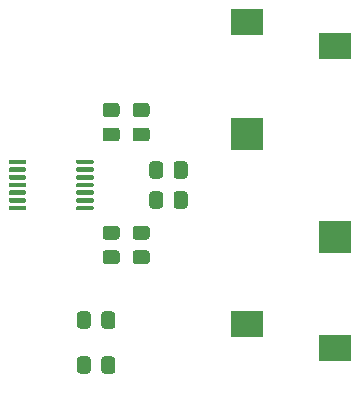
<source format=gbr>
%TF.GenerationSoftware,KiCad,Pcbnew,(5.1.10-1-10_14)*%
%TF.CreationDate,2021-10-26T14:16:26-07:00*%
%TF.ProjectId,adc,6164632e-6b69-4636-9164-5f7063625858,rev?*%
%TF.SameCoordinates,Original*%
%TF.FileFunction,Paste,Top*%
%TF.FilePolarity,Positive*%
%FSLAX46Y46*%
G04 Gerber Fmt 4.6, Leading zero omitted, Abs format (unit mm)*
G04 Created by KiCad (PCBNEW (5.1.10-1-10_14)) date 2021-10-26 14:16:26*
%MOMM*%
%LPD*%
G01*
G04 APERTURE LIST*
%ADD10R,2.800000X2.800000*%
%ADD11R,2.800000X2.200000*%
G04 APERTURE END LIST*
%TO.C,C6*%
G36*
G01*
X156685000Y-45037500D02*
X155735000Y-45037500D01*
G75*
G02*
X155485000Y-44787500I0J250000D01*
G01*
X155485000Y-44112500D01*
G75*
G02*
X155735000Y-43862500I250000J0D01*
G01*
X156685000Y-43862500D01*
G75*
G02*
X156935000Y-44112500I0J-250000D01*
G01*
X156935000Y-44787500D01*
G75*
G02*
X156685000Y-45037500I-250000J0D01*
G01*
G37*
G36*
G01*
X156685000Y-47112500D02*
X155735000Y-47112500D01*
G75*
G02*
X155485000Y-46862500I0J250000D01*
G01*
X155485000Y-46187500D01*
G75*
G02*
X155735000Y-45937500I250000J0D01*
G01*
X156685000Y-45937500D01*
G75*
G02*
X156935000Y-46187500I0J-250000D01*
G01*
X156935000Y-46862500D01*
G75*
G02*
X156685000Y-47112500I-250000J0D01*
G01*
G37*
%TD*%
%TO.C,C7*%
G36*
G01*
X158275000Y-56330000D02*
X159225000Y-56330000D01*
G75*
G02*
X159475000Y-56580000I0J-250000D01*
G01*
X159475000Y-57255000D01*
G75*
G02*
X159225000Y-57505000I-250000J0D01*
G01*
X158275000Y-57505000D01*
G75*
G02*
X158025000Y-57255000I0J250000D01*
G01*
X158025000Y-56580000D01*
G75*
G02*
X158275000Y-56330000I250000J0D01*
G01*
G37*
G36*
G01*
X158275000Y-54255000D02*
X159225000Y-54255000D01*
G75*
G02*
X159475000Y-54505000I0J-250000D01*
G01*
X159475000Y-55180000D01*
G75*
G02*
X159225000Y-55430000I-250000J0D01*
G01*
X158275000Y-55430000D01*
G75*
G02*
X158025000Y-55180000I0J250000D01*
G01*
X158025000Y-54505000D01*
G75*
G02*
X158275000Y-54255000I250000J0D01*
G01*
G37*
%TD*%
%TO.C,C5*%
G36*
G01*
X159225000Y-45037500D02*
X158275000Y-45037500D01*
G75*
G02*
X158025000Y-44787500I0J250000D01*
G01*
X158025000Y-44112500D01*
G75*
G02*
X158275000Y-43862500I250000J0D01*
G01*
X159225000Y-43862500D01*
G75*
G02*
X159475000Y-44112500I0J-250000D01*
G01*
X159475000Y-44787500D01*
G75*
G02*
X159225000Y-45037500I-250000J0D01*
G01*
G37*
G36*
G01*
X159225000Y-47112500D02*
X158275000Y-47112500D01*
G75*
G02*
X158025000Y-46862500I0J250000D01*
G01*
X158025000Y-46187500D01*
G75*
G02*
X158275000Y-45937500I250000J0D01*
G01*
X159225000Y-45937500D01*
G75*
G02*
X159475000Y-46187500I0J-250000D01*
G01*
X159475000Y-46862500D01*
G75*
G02*
X159225000Y-47112500I-250000J0D01*
G01*
G37*
%TD*%
%TO.C,C3*%
G36*
G01*
X161507500Y-50005000D02*
X161507500Y-49055000D01*
G75*
G02*
X161757500Y-48805000I250000J0D01*
G01*
X162432500Y-48805000D01*
G75*
G02*
X162682500Y-49055000I0J-250000D01*
G01*
X162682500Y-50005000D01*
G75*
G02*
X162432500Y-50255000I-250000J0D01*
G01*
X161757500Y-50255000D01*
G75*
G02*
X161507500Y-50005000I0J250000D01*
G01*
G37*
G36*
G01*
X159432500Y-50005000D02*
X159432500Y-49055000D01*
G75*
G02*
X159682500Y-48805000I250000J0D01*
G01*
X160357500Y-48805000D01*
G75*
G02*
X160607500Y-49055000I0J-250000D01*
G01*
X160607500Y-50005000D01*
G75*
G02*
X160357500Y-50255000I-250000J0D01*
G01*
X159682500Y-50255000D01*
G75*
G02*
X159432500Y-50005000I0J250000D01*
G01*
G37*
%TD*%
%TO.C,U1*%
G36*
G01*
X149005000Y-52650000D02*
X149005000Y-52850000D01*
G75*
G02*
X148905000Y-52950000I-100000J0D01*
G01*
X147630000Y-52950000D01*
G75*
G02*
X147530000Y-52850000I0J100000D01*
G01*
X147530000Y-52650000D01*
G75*
G02*
X147630000Y-52550000I100000J0D01*
G01*
X148905000Y-52550000D01*
G75*
G02*
X149005000Y-52650000I0J-100000D01*
G01*
G37*
G36*
G01*
X149005000Y-52000000D02*
X149005000Y-52200000D01*
G75*
G02*
X148905000Y-52300000I-100000J0D01*
G01*
X147630000Y-52300000D01*
G75*
G02*
X147530000Y-52200000I0J100000D01*
G01*
X147530000Y-52000000D01*
G75*
G02*
X147630000Y-51900000I100000J0D01*
G01*
X148905000Y-51900000D01*
G75*
G02*
X149005000Y-52000000I0J-100000D01*
G01*
G37*
G36*
G01*
X149005000Y-51350000D02*
X149005000Y-51550000D01*
G75*
G02*
X148905000Y-51650000I-100000J0D01*
G01*
X147630000Y-51650000D01*
G75*
G02*
X147530000Y-51550000I0J100000D01*
G01*
X147530000Y-51350000D01*
G75*
G02*
X147630000Y-51250000I100000J0D01*
G01*
X148905000Y-51250000D01*
G75*
G02*
X149005000Y-51350000I0J-100000D01*
G01*
G37*
G36*
G01*
X149005000Y-50700000D02*
X149005000Y-50900000D01*
G75*
G02*
X148905000Y-51000000I-100000J0D01*
G01*
X147630000Y-51000000D01*
G75*
G02*
X147530000Y-50900000I0J100000D01*
G01*
X147530000Y-50700000D01*
G75*
G02*
X147630000Y-50600000I100000J0D01*
G01*
X148905000Y-50600000D01*
G75*
G02*
X149005000Y-50700000I0J-100000D01*
G01*
G37*
G36*
G01*
X149005000Y-50050000D02*
X149005000Y-50250000D01*
G75*
G02*
X148905000Y-50350000I-100000J0D01*
G01*
X147630000Y-50350000D01*
G75*
G02*
X147530000Y-50250000I0J100000D01*
G01*
X147530000Y-50050000D01*
G75*
G02*
X147630000Y-49950000I100000J0D01*
G01*
X148905000Y-49950000D01*
G75*
G02*
X149005000Y-50050000I0J-100000D01*
G01*
G37*
G36*
G01*
X149005000Y-49400000D02*
X149005000Y-49600000D01*
G75*
G02*
X148905000Y-49700000I-100000J0D01*
G01*
X147630000Y-49700000D01*
G75*
G02*
X147530000Y-49600000I0J100000D01*
G01*
X147530000Y-49400000D01*
G75*
G02*
X147630000Y-49300000I100000J0D01*
G01*
X148905000Y-49300000D01*
G75*
G02*
X149005000Y-49400000I0J-100000D01*
G01*
G37*
G36*
G01*
X149005000Y-48750000D02*
X149005000Y-48950000D01*
G75*
G02*
X148905000Y-49050000I-100000J0D01*
G01*
X147630000Y-49050000D01*
G75*
G02*
X147530000Y-48950000I0J100000D01*
G01*
X147530000Y-48750000D01*
G75*
G02*
X147630000Y-48650000I100000J0D01*
G01*
X148905000Y-48650000D01*
G75*
G02*
X149005000Y-48750000I0J-100000D01*
G01*
G37*
G36*
G01*
X154730000Y-48750000D02*
X154730000Y-48950000D01*
G75*
G02*
X154630000Y-49050000I-100000J0D01*
G01*
X153355000Y-49050000D01*
G75*
G02*
X153255000Y-48950000I0J100000D01*
G01*
X153255000Y-48750000D01*
G75*
G02*
X153355000Y-48650000I100000J0D01*
G01*
X154630000Y-48650000D01*
G75*
G02*
X154730000Y-48750000I0J-100000D01*
G01*
G37*
G36*
G01*
X154730000Y-49400000D02*
X154730000Y-49600000D01*
G75*
G02*
X154630000Y-49700000I-100000J0D01*
G01*
X153355000Y-49700000D01*
G75*
G02*
X153255000Y-49600000I0J100000D01*
G01*
X153255000Y-49400000D01*
G75*
G02*
X153355000Y-49300000I100000J0D01*
G01*
X154630000Y-49300000D01*
G75*
G02*
X154730000Y-49400000I0J-100000D01*
G01*
G37*
G36*
G01*
X154730000Y-50050000D02*
X154730000Y-50250000D01*
G75*
G02*
X154630000Y-50350000I-100000J0D01*
G01*
X153355000Y-50350000D01*
G75*
G02*
X153255000Y-50250000I0J100000D01*
G01*
X153255000Y-50050000D01*
G75*
G02*
X153355000Y-49950000I100000J0D01*
G01*
X154630000Y-49950000D01*
G75*
G02*
X154730000Y-50050000I0J-100000D01*
G01*
G37*
G36*
G01*
X154730000Y-50700000D02*
X154730000Y-50900000D01*
G75*
G02*
X154630000Y-51000000I-100000J0D01*
G01*
X153355000Y-51000000D01*
G75*
G02*
X153255000Y-50900000I0J100000D01*
G01*
X153255000Y-50700000D01*
G75*
G02*
X153355000Y-50600000I100000J0D01*
G01*
X154630000Y-50600000D01*
G75*
G02*
X154730000Y-50700000I0J-100000D01*
G01*
G37*
G36*
G01*
X154730000Y-51350000D02*
X154730000Y-51550000D01*
G75*
G02*
X154630000Y-51650000I-100000J0D01*
G01*
X153355000Y-51650000D01*
G75*
G02*
X153255000Y-51550000I0J100000D01*
G01*
X153255000Y-51350000D01*
G75*
G02*
X153355000Y-51250000I100000J0D01*
G01*
X154630000Y-51250000D01*
G75*
G02*
X154730000Y-51350000I0J-100000D01*
G01*
G37*
G36*
G01*
X154730000Y-52000000D02*
X154730000Y-52200000D01*
G75*
G02*
X154630000Y-52300000I-100000J0D01*
G01*
X153355000Y-52300000D01*
G75*
G02*
X153255000Y-52200000I0J100000D01*
G01*
X153255000Y-52000000D01*
G75*
G02*
X153355000Y-51900000I100000J0D01*
G01*
X154630000Y-51900000D01*
G75*
G02*
X154730000Y-52000000I0J-100000D01*
G01*
G37*
G36*
G01*
X154730000Y-52650000D02*
X154730000Y-52850000D01*
G75*
G02*
X154630000Y-52950000I-100000J0D01*
G01*
X153355000Y-52950000D01*
G75*
G02*
X153255000Y-52850000I0J100000D01*
G01*
X153255000Y-52650000D01*
G75*
G02*
X153355000Y-52550000I100000J0D01*
G01*
X154630000Y-52550000D01*
G75*
G02*
X154730000Y-52650000I0J-100000D01*
G01*
G37*
%TD*%
D10*
%TO.C,J4*%
X167750000Y-46440000D03*
D11*
X167750000Y-37040000D03*
X175150000Y-39040000D03*
%TD*%
D10*
%TO.C,J3*%
X175150000Y-55160000D03*
D11*
X175150000Y-64560000D03*
X167750000Y-62560000D03*
%TD*%
%TO.C,C8*%
G36*
G01*
X155735000Y-56330000D02*
X156685000Y-56330000D01*
G75*
G02*
X156935000Y-56580000I0J-250000D01*
G01*
X156935000Y-57255000D01*
G75*
G02*
X156685000Y-57505000I-250000J0D01*
G01*
X155735000Y-57505000D01*
G75*
G02*
X155485000Y-57255000I0J250000D01*
G01*
X155485000Y-56580000D01*
G75*
G02*
X155735000Y-56330000I250000J0D01*
G01*
G37*
G36*
G01*
X155735000Y-54255000D02*
X156685000Y-54255000D01*
G75*
G02*
X156935000Y-54505000I0J-250000D01*
G01*
X156935000Y-55180000D01*
G75*
G02*
X156685000Y-55430000I-250000J0D01*
G01*
X155735000Y-55430000D01*
G75*
G02*
X155485000Y-55180000I0J250000D01*
G01*
X155485000Y-54505000D01*
G75*
G02*
X155735000Y-54255000I250000J0D01*
G01*
G37*
%TD*%
%TO.C,C4*%
G36*
G01*
X161507500Y-52545000D02*
X161507500Y-51595000D01*
G75*
G02*
X161757500Y-51345000I250000J0D01*
G01*
X162432500Y-51345000D01*
G75*
G02*
X162682500Y-51595000I0J-250000D01*
G01*
X162682500Y-52545000D01*
G75*
G02*
X162432500Y-52795000I-250000J0D01*
G01*
X161757500Y-52795000D01*
G75*
G02*
X161507500Y-52545000I0J250000D01*
G01*
G37*
G36*
G01*
X159432500Y-52545000D02*
X159432500Y-51595000D01*
G75*
G02*
X159682500Y-51345000I250000J0D01*
G01*
X160357500Y-51345000D01*
G75*
G02*
X160607500Y-51595000I0J-250000D01*
G01*
X160607500Y-52545000D01*
G75*
G02*
X160357500Y-52795000I-250000J0D01*
G01*
X159682500Y-52795000D01*
G75*
G02*
X159432500Y-52545000I0J250000D01*
G01*
G37*
%TD*%
%TO.C,C2*%
G36*
G01*
X154490000Y-61755000D02*
X154490000Y-62705000D01*
G75*
G02*
X154240000Y-62955000I-250000J0D01*
G01*
X153565000Y-62955000D01*
G75*
G02*
X153315000Y-62705000I0J250000D01*
G01*
X153315000Y-61755000D01*
G75*
G02*
X153565000Y-61505000I250000J0D01*
G01*
X154240000Y-61505000D01*
G75*
G02*
X154490000Y-61755000I0J-250000D01*
G01*
G37*
G36*
G01*
X156565000Y-61755000D02*
X156565000Y-62705000D01*
G75*
G02*
X156315000Y-62955000I-250000J0D01*
G01*
X155640000Y-62955000D01*
G75*
G02*
X155390000Y-62705000I0J250000D01*
G01*
X155390000Y-61755000D01*
G75*
G02*
X155640000Y-61505000I250000J0D01*
G01*
X156315000Y-61505000D01*
G75*
G02*
X156565000Y-61755000I0J-250000D01*
G01*
G37*
%TD*%
%TO.C,C1*%
G36*
G01*
X154490000Y-65565000D02*
X154490000Y-66515000D01*
G75*
G02*
X154240000Y-66765000I-250000J0D01*
G01*
X153565000Y-66765000D01*
G75*
G02*
X153315000Y-66515000I0J250000D01*
G01*
X153315000Y-65565000D01*
G75*
G02*
X153565000Y-65315000I250000J0D01*
G01*
X154240000Y-65315000D01*
G75*
G02*
X154490000Y-65565000I0J-250000D01*
G01*
G37*
G36*
G01*
X156565000Y-65565000D02*
X156565000Y-66515000D01*
G75*
G02*
X156315000Y-66765000I-250000J0D01*
G01*
X155640000Y-66765000D01*
G75*
G02*
X155390000Y-66515000I0J250000D01*
G01*
X155390000Y-65565000D01*
G75*
G02*
X155640000Y-65315000I250000J0D01*
G01*
X156315000Y-65315000D01*
G75*
G02*
X156565000Y-65565000I0J-250000D01*
G01*
G37*
%TD*%
M02*

</source>
